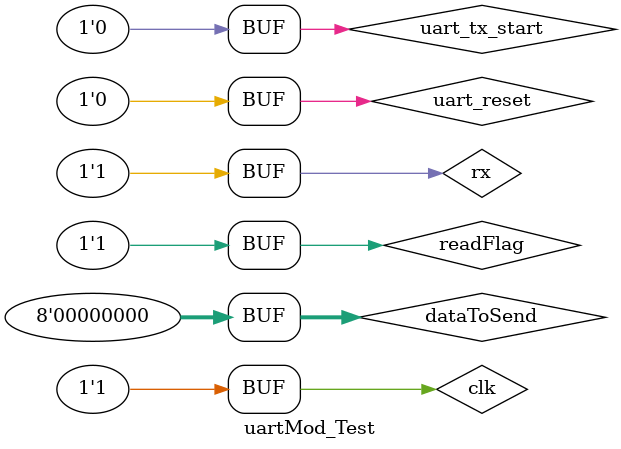
<source format=v>
`timescale 1ns / 1ps


module uartMod_Test;

	// Inputs
	reg clk;
	reg rx;
	reg uart_reset;
	reg readFlag;
	reg [7:0] dataToSend;
	reg uart_tx_start;

	// Outputs
	wire [7:0] receivedData;
	wire dataAvailable;
	wire tx;
	wire uart_tx_done;
	wire [3:0] state;
	wire [7:0] dout_wdata;

	// Instantiate the Unit Under Test (UUT)
	Main_Uart uut (
		.clk(clk), 
		.rx(rx), 
		.uart_reset(uart_reset), 
		.readFlag(readFlag), 
		.dataToSend(dataToSend), 
		.uart_tx_start(uart_tx_start), 
		.receivedData(receivedData), 
		.dataAvailable(dataAvailable), 
		.tx(tx), 
		.uart_tx_done(uart_tx_done), 
		.state(state), 
		.dout_wdata(dout_wdata)
	);

	initial begin
		// Initialize Inputs
		clk = 0;
		rx = 1;
		uart_reset = 0;
		readFlag = 0;
		dataToSend = 0;
		uart_tx_start = 0;

		// Wait 100 ns for global reset to finish
		#500;
        
		// Add stimulus here
		rx = 1;
		#99999;
		
		#52083.34;
		rx = 0;//start bit
		#52083.34;
		rx = 1;
		#52083.34;
		rx = 1;
		#52083.34;
		rx = 0;
		#52083.34;
		rx = 0;
		#52083.34;
		rx = 0;
		#52083.34;
		rx = 1;
		#52083.34;
		rx = 1;
		#52083.34;
		rx = 0;
		#52083.34;
		rx = 1;//stop bit
		#52083.34;
		
		#99999;
		readFlag = 1;
		
	end
   
	always begin //clock de 100 Mhz como el de la placa
			clk = 1'b0;
			#(80/2) clk = 1'b1;
			#(80/2);
	end
	
endmodule


</source>
